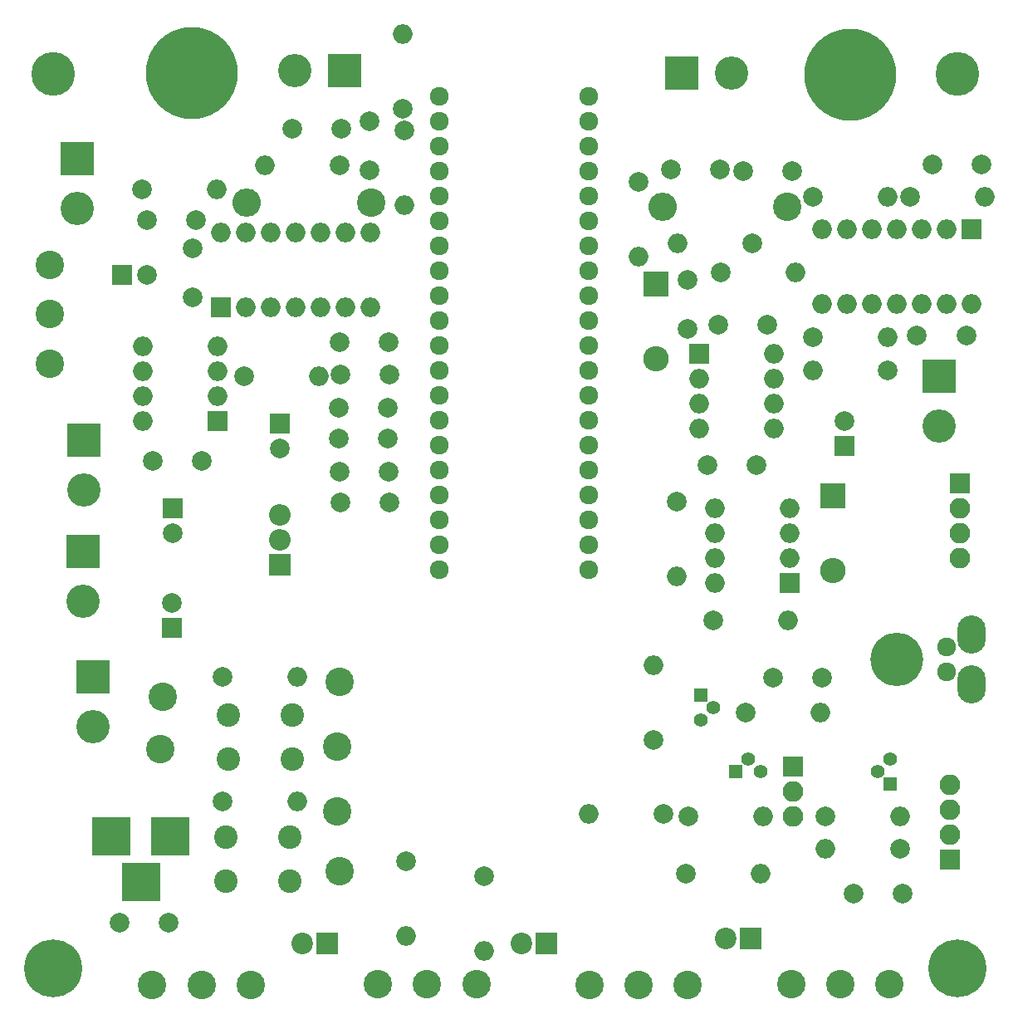
<source format=gbr>
G04 #@! TF.FileFunction,Soldermask,Bot*
%FSLAX46Y46*%
G04 Gerber Fmt 4.6, Leading zero omitted, Abs format (unit mm)*
G04 Created by KiCad (PCBNEW 4.0.7) date 01/11/19 21:38:23*
%MOMM*%
%LPD*%
G01*
G04 APERTURE LIST*
%ADD10C,0.100000*%
%ADD11R,2.000000X2.000000*%
%ADD12O,2.000000X2.000000*%
%ADD13C,2.000000*%
%ADD14R,2.200000X2.200000*%
%ADD15C,2.200000*%
%ADD16R,2.600000X2.600000*%
%ADD17O,2.600000X2.600000*%
%ADD18R,3.900000X3.900000*%
%ADD19R,3.400000X3.400000*%
%ADD20C,3.400000*%
%ADD21C,2.900000*%
%ADD22C,9.400000*%
%ADD23C,4.464000*%
%ADD24C,5.900000*%
%ADD25R,2.100000X2.100000*%
%ADD26O,2.100000X2.100000*%
%ADD27O,2.900000X3.900000*%
%ADD28C,1.924000*%
%ADD29O,5.400000X5.400000*%
%ADD30C,1.400000*%
%ADD31R,1.400000X1.400000*%
%ADD32C,2.400000*%
%ADD33O,2.200000X2.200000*%
%ADD34O,2.900000X2.900000*%
G04 APERTURE END LIST*
D10*
D11*
X147193000Y-70739000D03*
D12*
X131953000Y-78359000D03*
X144653000Y-70739000D03*
X134493000Y-78359000D03*
X142113000Y-70739000D03*
X137033000Y-78359000D03*
X139573000Y-70739000D03*
X139573000Y-78359000D03*
X137033000Y-70739000D03*
X142113000Y-78359000D03*
X134493000Y-70739000D03*
X144653000Y-78359000D03*
X131953000Y-70739000D03*
X147193000Y-78359000D03*
D13*
X128968500Y-64808100D03*
X123968500Y-64808100D03*
D11*
X70688200Y-78689200D03*
D12*
X85928200Y-71069200D03*
X73228200Y-78689200D03*
X83388200Y-71069200D03*
X75768200Y-78689200D03*
X80848200Y-71069200D03*
X78308200Y-78689200D03*
X78308200Y-71069200D03*
X80848200Y-78689200D03*
X75768200Y-71069200D03*
X83388200Y-78689200D03*
X73228200Y-71069200D03*
X85928200Y-78689200D03*
X70688200Y-71069200D03*
D13*
X89408000Y-60601860D03*
D12*
X89408000Y-68221860D03*
D13*
X82816700Y-64211200D03*
D12*
X75196700Y-64211200D03*
D11*
X128651000Y-106807000D03*
D12*
X121031000Y-99187000D03*
X128651000Y-104267000D03*
X121031000Y-101727000D03*
X128651000Y-101727000D03*
X121031000Y-104267000D03*
X128651000Y-99187000D03*
X121031000Y-106807000D03*
D13*
X89230200Y-58407300D03*
D12*
X89230200Y-50787300D03*
D13*
X87833200Y-82270600D03*
X82833200Y-82270600D03*
X63754000Y-94361000D03*
X68754000Y-94361000D03*
X87884000Y-85521800D03*
X82884000Y-85521800D03*
X125285500Y-94742000D03*
X120285500Y-94742000D03*
D11*
X65686940Y-111312960D03*
D13*
X65686940Y-108812960D03*
D11*
X76708000Y-90551000D03*
D13*
X76708000Y-93051000D03*
X87731600Y-88925400D03*
X82731600Y-88925400D03*
X68148200Y-69799200D03*
X63148200Y-69799200D03*
D11*
X65786000Y-99187000D03*
D13*
X65786000Y-101687000D03*
X87731600Y-92075000D03*
X82731600Y-92075000D03*
D11*
X60642500Y-75374500D03*
D13*
X63142500Y-75374500D03*
D11*
X134302500Y-92773500D03*
D13*
X134302500Y-90273500D03*
X87782400Y-95402400D03*
X82782400Y-95402400D03*
X87909400Y-98602800D03*
X82909400Y-98602800D03*
X127000000Y-116459000D03*
X132000000Y-116459000D03*
X67792600Y-77622400D03*
X67792600Y-72622400D03*
X121373900Y-80416400D03*
X126373900Y-80416400D03*
X118237000Y-80848200D03*
X118237000Y-75848200D03*
D14*
X124714000Y-143002000D03*
D15*
X122174000Y-143002000D03*
D14*
X81534000Y-143510000D03*
D15*
X78994000Y-143510000D03*
D14*
X103886000Y-143510000D03*
D15*
X101346000Y-143510000D03*
D16*
X115062000Y-76327000D03*
D17*
X115062000Y-83947000D03*
D16*
X133096000Y-97917000D03*
D17*
X133096000Y-105537000D03*
D18*
X65532000Y-132588000D03*
X59532000Y-132588000D03*
X62532000Y-137288000D03*
D19*
X57658000Y-116332000D03*
D20*
X57658000Y-121412000D03*
D21*
X64516000Y-123698000D03*
X64770000Y-118364000D03*
D22*
X67741800Y-54825900D03*
X134874000Y-54991000D03*
D21*
X82804000Y-136144000D03*
D23*
X53594000Y-54864000D03*
X145796000Y-54864000D03*
D21*
X82550000Y-130048000D03*
D24*
X145796000Y-146050000D03*
X53594000Y-146050000D03*
D21*
X82550000Y-123444000D03*
X82804000Y-116840000D03*
D25*
X129032000Y-125476000D03*
D26*
X129032000Y-128016000D03*
X129032000Y-130556000D03*
D27*
X147213320Y-112014000D03*
D28*
X144673320Y-115824000D03*
X144673320Y-113284000D03*
D27*
X147213320Y-117094000D03*
D29*
X139593320Y-114554000D03*
D30*
X124460000Y-124714000D03*
X125730000Y-125984000D03*
D31*
X123190000Y-125984000D03*
D30*
X120904000Y-119507000D03*
X119634000Y-120777000D03*
D31*
X119634000Y-118237000D03*
D30*
X137668000Y-125984000D03*
X138938000Y-124714000D03*
D31*
X138938000Y-127254000D03*
D13*
X117157500Y-98488500D03*
D12*
X117157500Y-106108500D03*
D13*
X118110000Y-136398000D03*
D12*
X125730000Y-136398000D03*
D13*
X73088500Y-85661500D03*
D12*
X80708500Y-85661500D03*
D13*
X62641480Y-66608960D03*
D12*
X70261480Y-66608960D03*
D13*
X131025900Y-67398900D03*
D12*
X138645900Y-67398900D03*
D13*
X70866000Y-129032000D03*
D12*
X78486000Y-129032000D03*
D13*
X70866000Y-116332000D03*
D12*
X78486000Y-116332000D03*
D13*
X89585800Y-135178800D03*
D12*
X89585800Y-142798800D03*
D13*
X97536000Y-136652000D03*
D12*
X97536000Y-144272000D03*
D13*
X115824000Y-130302000D03*
D12*
X108204000Y-130302000D03*
D13*
X114808000Y-122809000D03*
D12*
X114808000Y-115189000D03*
D13*
X118364000Y-130556000D03*
D12*
X125984000Y-130556000D03*
D13*
X124206000Y-120015000D03*
D12*
X131826000Y-120015000D03*
D13*
X132334000Y-130556000D03*
D12*
X139954000Y-130556000D03*
D13*
X139954000Y-133858000D03*
D12*
X132334000Y-133858000D03*
D21*
X133861800Y-147690840D03*
X128861800Y-147690840D03*
X138861800Y-147690840D03*
X113297960Y-147802600D03*
X108297960Y-147802600D03*
X118297960Y-147802600D03*
X91728280Y-147690840D03*
X86728280Y-147690840D03*
X96728280Y-147690840D03*
X68705720Y-147802600D03*
X63705720Y-147802600D03*
X73705720Y-147802600D03*
D32*
X77724000Y-132660000D03*
X77724000Y-137160000D03*
X71224000Y-132660000D03*
X71224000Y-137160000D03*
X77978000Y-120214000D03*
X77978000Y-124714000D03*
X71478000Y-120214000D03*
X71478000Y-124714000D03*
D11*
X119443500Y-83375500D03*
D12*
X127063500Y-90995500D03*
X119443500Y-85915500D03*
X127063500Y-88455500D03*
X119443500Y-88455500D03*
X127063500Y-85915500D03*
X119443500Y-90995500D03*
X127063500Y-83375500D03*
D14*
X76708000Y-104902000D03*
D33*
X76708000Y-102362000D03*
X76708000Y-99822000D03*
D11*
X70358000Y-90297000D03*
D12*
X62738000Y-82677000D03*
X70358000Y-87757000D03*
X62738000Y-85217000D03*
X70358000Y-85217000D03*
X62738000Y-87757000D03*
X70358000Y-82677000D03*
X62738000Y-90297000D03*
D13*
X124891800Y-72186800D03*
D12*
X117271800Y-72186800D03*
D13*
X121640600Y-75158600D03*
D12*
X129260600Y-75158600D03*
D19*
X117683280Y-54762400D03*
D20*
X122763280Y-54762400D03*
D19*
X83312000Y-54584600D03*
D20*
X78232000Y-54584600D03*
D19*
X56007000Y-63500000D03*
D20*
X56007000Y-68580000D03*
D19*
X143941800Y-85674200D03*
D20*
X143941800Y-90754200D03*
D25*
X146062700Y-96634300D03*
D26*
X146062700Y-99174300D03*
X146062700Y-101714300D03*
X146062700Y-104254300D03*
D25*
X145000000Y-135000000D03*
D26*
X145000000Y-132460000D03*
X145000000Y-129920000D03*
X145000000Y-127380000D03*
D13*
X138684000Y-85115400D03*
D12*
X131064000Y-85115400D03*
D21*
X53276500Y-79391500D03*
X53276500Y-74391500D03*
X53276500Y-84391500D03*
D19*
X56718200Y-92202000D03*
D20*
X56718200Y-97282000D03*
D19*
X56616600Y-103555800D03*
D20*
X56616600Y-108635800D03*
D13*
X146685000Y-81534000D03*
X141685000Y-81534000D03*
X135229600Y-138414760D03*
X140229600Y-138414760D03*
X65341500Y-141427200D03*
X60341500Y-141427200D03*
X131025900Y-81762600D03*
D12*
X138645900Y-81762600D03*
D13*
X113284000Y-65913000D03*
D12*
X113284000Y-73533000D03*
D13*
X120904000Y-110617000D03*
D12*
X128524000Y-110617000D03*
D13*
X143217900Y-64096900D03*
X148217900Y-64096900D03*
X77990700Y-60464700D03*
X82990700Y-60464700D03*
X116586000Y-64655700D03*
X121586000Y-64655700D03*
X85839300Y-59740800D03*
X85839300Y-64740800D03*
D21*
X128397000Y-68389500D03*
D34*
X115697000Y-68389500D03*
D21*
X85991700Y-67970400D03*
D34*
X73291700Y-67970400D03*
D13*
X140931900Y-67437000D03*
D12*
X148551900Y-67437000D03*
D28*
X92964000Y-57150000D03*
X92964000Y-59690000D03*
X92964000Y-62230000D03*
X92964000Y-64770000D03*
X92964000Y-67310000D03*
X92964000Y-69850000D03*
X92964000Y-72390000D03*
X92964000Y-74930000D03*
X92964000Y-77470000D03*
X92964000Y-80010000D03*
X92964000Y-82550000D03*
X92964000Y-85090000D03*
X92964000Y-87630000D03*
X92964000Y-90170000D03*
X92964000Y-92710000D03*
X92964000Y-95250000D03*
X92964000Y-97790000D03*
X92964000Y-100330000D03*
X92964000Y-102870000D03*
X92964000Y-105410000D03*
X108204000Y-57150000D03*
X108204000Y-59690000D03*
X108204000Y-62230000D03*
X108204000Y-64770000D03*
X108204000Y-67310000D03*
X108204000Y-69850000D03*
X108204000Y-72390000D03*
X108204000Y-74930000D03*
X108204000Y-77470000D03*
X108204000Y-80010000D03*
X108204000Y-82550000D03*
X108204000Y-85090000D03*
X108204000Y-87630000D03*
X108204000Y-90170000D03*
X108204000Y-92710000D03*
X108204000Y-95250000D03*
X108204000Y-97790000D03*
X108204000Y-100330000D03*
X108204000Y-102870000D03*
X108204000Y-105410000D03*
M02*

</source>
